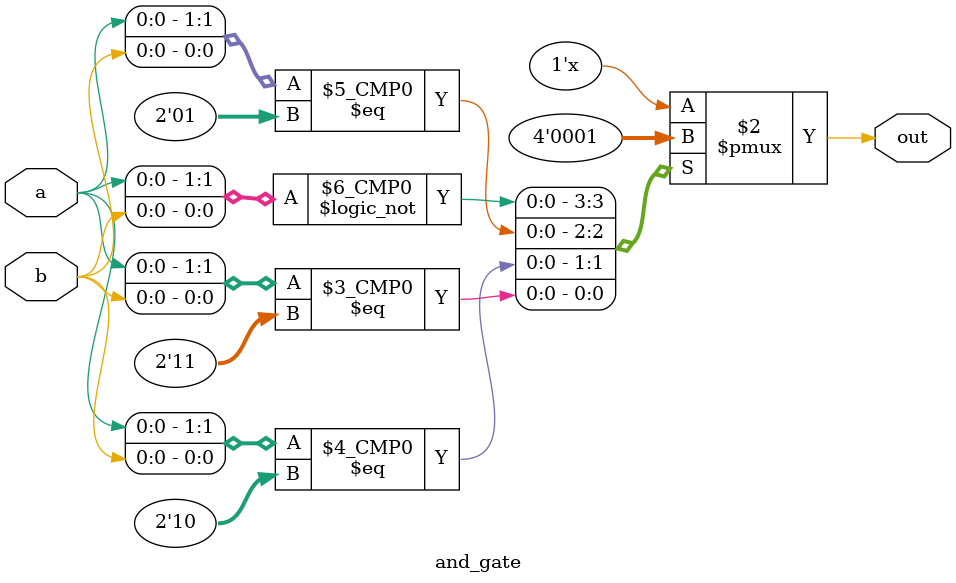
<source format=v>

module and_gate( 
    input a, 
    input b, 
    output out );

    // assing the AND of a and b to out
 always @(a, b)
 case({a,b})
 2'b00: out = 1'b0;
 2'b01: out = 1'b0;
 2'b10: out = 1'b0;
 2'b11: out = 1'b1;
 default: out = 1'b0;
 endcase

endmodule

</source>
